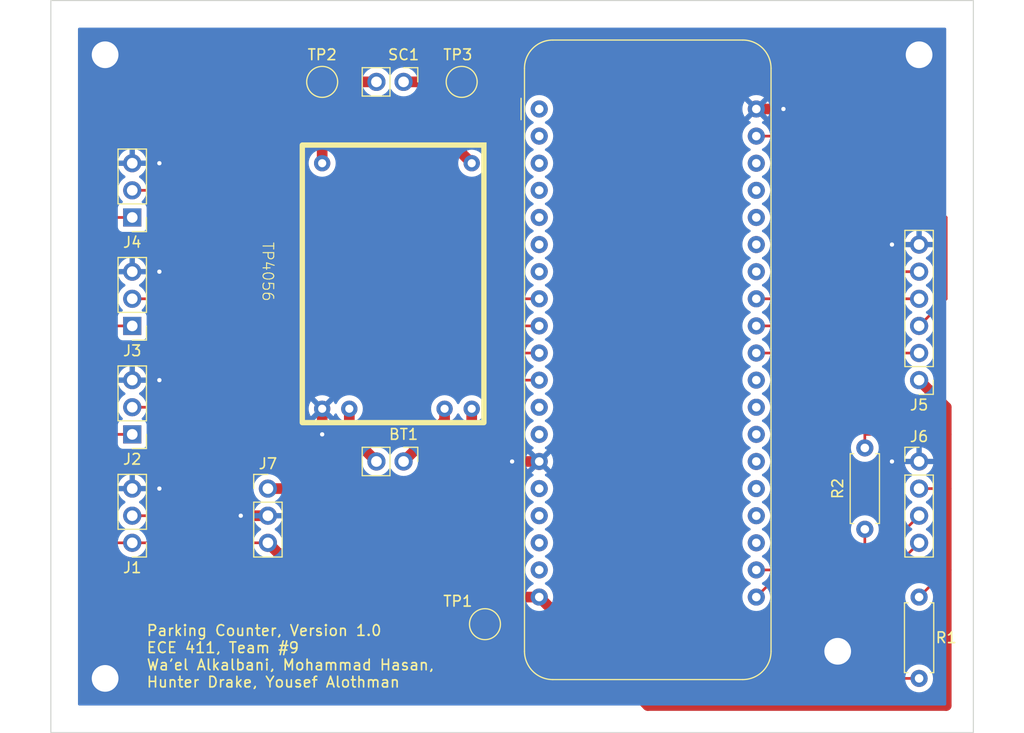
<source format=kicad_pcb>
(kicad_pcb (version 20221018) (generator pcbnew)
  (layers (0 "F.Cu" signal) (31 "B.Cu" signal) (34 "B.Paste" user) (35 "F.Paste" user) (36 "B.SilkS" user "B.Silkscreen") (37 "F.SilkS" user "F.Silkscreen") (38 "B.Mask" user) (39 "F.Mask" user) (44 "Edge.Cuts" user))
  (net 0 "")
  (net 1 "Net-(BT1-BAT+)")
  (net 2 "Net-(BT1-BAT-)")
  (net 3 "+5V")
  (net 12 "GND")
  (net 24 "Net-(J7-V_IN)")
  (net 31 "Net-(J1-OUT)")
  (net 32 "Net-(J2-OUT)")
  (net 33 "Net-(J3-OUT)")
  (net 34 "Net-(J4-OUT)")
  (net 35 "Net-(J5-MISO)")
  (net 36 "Net-(J5-MOSI)")
  (net 37 "Net-(J6-SDA)")
  (net 38 "Net-(J6-SCL)")
  (net 39 "Net-(SC1-SOLAR+)")
  (net 40 "Net-(SC1-SOLAR-)")
  (net 41 "Net-(J5-CLK)")
  (net 42 "Net-(J5-CS)")
  (footprint "Module:Adafruit_Feather_WithMountingHoles" (layer "F.Cu") (at 134.62 81.28)
    (fp_text reference "U1" hide)
    (fp_text value "HiLetgo ESP-WROOM-32S" hide)
    (fp_line (start -1.7 1) (end -1.7 -1) (stroke (width 0.12)) (layer "F.SilkS"))
    (fp_line (start -1.38 -3.81) (end -1.38 50.8) (stroke (width 0.12)) (layer "F.SilkS"))
    (fp_line (start 19.05 -6.46) (end 1.27 -6.46) (stroke (width 0.12)) (layer "F.SilkS"))
    (fp_line (start 19.05 53.45) (end 1.27 53.45) (stroke (width 0.12)) (layer "F.SilkS"))
    (fp_line (start 21.7 -3.81) (end 21.7 50.8) (stroke (width 0.12)) (layer "F.SilkS"))
    (fp_arc (start -1.38 -3.81) (mid -0.603833 -5.683833) (end 1.27 -6.46) (stroke (width 0.12)) (layer "F.SilkS"))
    (fp_arc (start 1.27 53.45) (mid -0.603833 52.673833) (end -1.38 50.8) (stroke (width 0.12)) (layer "F.SilkS"))
    (fp_arc (start 19.05 -6.46) (mid 20.923833 -5.683833) (end 21.7 -3.81) (stroke (width 0.12)) (layer "F.SilkS"))
    (fp_arc (start 21.7 50.8) (mid 20.923833 52.673833) (end 19.05 53.45) (stroke (width 0.12)) (layer "F.SilkS"))
    (pad "1" thru_hole oval (at 0 0 180) (size 1.6 1.6) (drill 0.8) (layers "*.Cu" "*.Mask"))
    (pad "2" thru_hole circle (at 0 2.54 180) (size 1.6 1.6) (drill 0.8) (layers "*.Cu" "*.Mask"))
    (pad "3" thru_hole circle (at 0 5.08 180) (size 1.6 1.6) (drill 0.8) (layers "*.Cu" "*.Mask"))
    (pad "4" thru_hole circle (at 0 7.62 180) (size 1.6 1.6) (drill 0.8) (layers "*.Cu" "*.Mask"))
    (pad "5" thru_hole circle (at 0 10.16 180) (size 1.6 1.6) (drill 0.8) (layers "*.Cu" "*.Mask"))
    (pad "6" thru_hole circle (at 0 12.7 180) (size 1.6 1.6) (drill 0.8) (layers "*.Cu" "*.Mask"))
    (pad "7" thru_hole circle (at 0 15.24 180) (size 1.6 1.6) (drill 0.8) (layers "*.Cu" "*.Mask"))
    (pad "8" thru_hole circle (at 0 17.78 180) (size 1.6 1.6) (drill 0.8) (layers "*.Cu" "*.Mask") (net 34 "Net-(J4-OUT)"))
    (pad "9" thru_hole circle (at 0 20.32 180) (size 1.6 1.6) (drill 0.8) (layers "*.Cu" "*.Mask") (net 33 "Net-(J3-OUT)"))
    (pad "10" thru_hole circle (at 0 22.86 180) (size 1.6 1.6) (drill 0.8) (layers "*.Cu" "*.Mask") (net 32 "Net-(J2-OUT)"))
    (pad "11" thru_hole circle (at 0 25.4 180) (size 1.6 1.6) (drill 0.8) (layers "*.Cu" "*.Mask") (net 31 "Net-(J1-OUT)"))
    (pad "12" thru_hole circle (at 0 27.94 180) (size 1.6 1.6) (drill 0.8) (layers "*.Cu" "*.Mask"))
    (pad "13" thru_hole circle (at 0 30.48 180) (size 1.6 1.6) (drill 0.8) (layers "*.Cu" "*.Mask"))
    (pad "14" thru_hole circle (at 0 33.02 180) (size 1.6 1.6) (drill 0.8) (layers "*.Cu" "*.Mask") (net 12 "GND"))
    (pad "15" thru_hole circle (at 0 35.56 180) (size 1.6 1.6) (drill 0.8) (layers "*.Cu" "*.Mask"))
    (pad "16" thru_hole circle (at 0 38.1 180) (size 1.6 1.6) (drill 0.8) (layers "*.Cu" "*.Mask"))
    (pad "17" thru_hole circle (at 0 40.64 180) (size 1.6 1.6) (drill 0.8) (layers "*.Cu" "*.Mask"))
    (pad "18" thru_hole circle (at 0 43.18 180) (size 1.6 1.6) (drill 0.8) (layers "*.Cu" "*.Mask"))
    (pad "19" thru_hole circle (at 0 45.72 180) (size 1.6 1.6) (drill 0.8) (layers "*.Cu" "*.Mask") (net 3 "+5V"))
    (pad "20" thru_hole circle (at 20.32 45.72 180) (size 1.6 1.6) (drill 0.8) (layers "*.Cu" "*.Mask") (net 38 "Net-(J6-SCL)"))
    (pad "21" thru_hole circle (at 20.32 43.18 180) (size 1.6 1.6) (drill 0.8) (layers "*.Cu" "*.Mask") (net 37 "Net-(J6-SDA)"))
    (pad "22" thru_hole circle (at 20.32 40.64 180) (size 1.6 1.6) (drill 0.8) (layers "*.Cu" "*.Mask"))
    (pad "23" thru_hole circle (at 20.32 38.1 180) (size 1.6 1.6) (drill 0.8) (layers "*.Cu" "*.Mask"))
    (pad "24" thru_hole circle (at 20.32 35.56 180) (size 1.6 1.6) (drill 0.8) (layers "*.Cu" "*.Mask"))
    (pad "25" thru_hole circle (at 20.32 33.02 180) (size 1.6 1.6) (drill 0.8) (layers "*.Cu" "*.Mask"))
    (pad "26" thru_hole circle (at 20.32 30.48 180) (size 1.6 1.6) (drill 0.8) (layers "*.Cu" "*.Mask"))
    (pad "27" thru_hole circle (at 20.32 27.94 180) (size 1.6 1.6) (drill 0.8) (layers "*.Cu" "*.Mask"))
    (pad "28" thru_hole circle (at 20.32 25.4 180) (size 1.6 1.6) (drill 0.8) (layers "*.Cu" "*.Mask"))
    (pad "29" thru_hole circle (at 20.32 22.86 180) (size 1.6 1.6) (drill 0.8) (layers "*.Cu" "*.Mask") (net 42 "Net-(J5-CS)"))
    (pad "30" thru_hole circle (at 20.32 20.32 180) (size 1.6 1.6) (drill 0.8) (layers "*.Cu" "*.Mask") (net 41 "Net-(J5-CLK)"))
    (pad "31" thru_hole circle (at 20.32 17.78 180) (size 1.6 1.6) (drill 0.8) (layers "*.Cu" "*.Mask") (net 35 "Net-(J5-MISO)"))
    (pad "32" thru_hole circle (at 20.32 15.24 180) (size 1.6 1.6) (drill 0.8) (layers "*.Cu" "*.Mask"))
    (pad "33" thru_hole circle (at 20.32 12.7 180) (size 1.6 1.6) (drill 0.8) (layers "*.Cu" "*.Mask"))
    (pad "34" thru_hole circle (at 20.32 10.16 180) (size 1.6 1.6) (drill 0.8) (layers "*.Cu" "*.Mask"))
    (pad "35" thru_hole circle (at 20.32 7.62 180) (size 1.6 1.6) (drill 0.8) (layers "*.Cu" "*.Mask"))
    (pad "36" thru_hole circle (at 20.32 5.08 180) (size 1.6 1.6) (drill 0.8) (layers "*.Cu" "*.Mask"))
    (pad "37" thru_hole circle (at 20.32 2.54 180) (size 1.6 1.6) (drill 0.8) (layers "*.Cu" "*.Mask") (net 36 "Net-(J5-MOSI)"))
    (pad "38" thru_hole circle (at 20.32 0 180) (size 1.6 1.6) (drill 0.8) (layers "*.Cu" "*.Mask") (net 12 "GND"))
  )
  (footprint "TestPoint:TestPoint_Pad_D2.5mm" (layer "F.Cu") (at 129.54 129.54)
    (fp_text reference "TP1" (at -2.54 -2.148) (layer "F.SilkS"))
    (fp_text value "TestPoint")
    (fp_circle (center 0 0) (end 0 1.45) (stroke (width 0.12)) (fill none) (layer "F.SilkS"))
    (pad "1" smd circle (at 0 0) (size 2.5 2.5) (layers "F.Cu" "F.Mask") (net 3 "+5V"))
  )
  (footprint "Connector_PinHeader_2.54mm:PinHeader_1x03_P2.54mm_Vertical" (layer "F.Cu") (at 96.52 101.6 180)
    (fp_text reference "J3" (at 0 -2.33) (layer "F.SilkS"))
    (fp_text value "IR SENSOR 1")
    (fp_line (start -1.33 -1.33) (end 0 -1.33) (stroke (width 0.12)) (layer "F.SilkS"))
    (fp_line (start -1.33 0) (end -1.33 -1.33) (stroke (width 0.12)) (layer "F.SilkS"))
    (fp_line (start -1.33 1.27) (end -1.33 6.41) (stroke (width 0.12)) (layer "F.SilkS"))
    (fp_line (start -1.33 1.27) (end 1.33 1.27) (stroke (width 0.12)) (layer "F.SilkS"))
    (fp_line (start -1.33 6.41) (end 1.33 6.41) (stroke (width 0.12)) (layer "F.SilkS"))
    (fp_line (start 1.33 1.27) (end 1.33 6.41) (stroke (width 0.12)) (layer "F.SilkS"))
    (pad "1" thru_hole rect (at 0 0 180) (size 1.7 1.7) (drill 1) (layers "*.Cu" "*.Mask") (net 3 "+5V"))
    (pad "2" thru_hole oval (at 0 2.54 180) (size 1.7 1.7) (drill 1) (layers "*.Cu" "*.Mask") (net 33 "Net-(J3-OUT)"))
    (pad "3" thru_hole oval (at 0 5.08 180) (size 1.7 1.7) (drill 1) (layers "*.Cu" "*.Mask") (net 12 "GND"))
  )
  (footprint "Resistor_THT:R_Axial_DIN0207_L6.3mm_D2.5mm_P7.62mm_Horizontal" (layer "F.Cu") (at 170.18 127 -90)
    (fp_text reference "R1" (at 3.81 -2.54 -180) (layer "F.SilkS"))
    (fp_text value "R10k")
    (fp_line (start 0.54 -1.37) (end 7.08 -1.37) (stroke (width 0.12)) (layer "F.SilkS"))
    (fp_line (start 0.54 -1.04) (end 0.54 -1.37) (stroke (width 0.12)) (layer "F.SilkS"))
    (fp_line (start 0.54 1.04) (end 0.54 1.37) (stroke (width 0.12)) (layer "F.SilkS"))
    (fp_line (start 0.54 1.37) (end 7.08 1.37) (stroke (width 0.12)) (layer "F.SilkS"))
    (fp_line (start 7.08 -1.37) (end 7.08 -1.04) (stroke (width 0.12)) (layer "F.SilkS"))
    (fp_line (start 7.08 1.37) (end 7.08 1.04) (stroke (width 0.12)) (layer "F.SilkS"))
    (pad "1" thru_hole circle (at 0 0 270) (size 1.6 1.6) (drill 0.8) (layers "*.Cu" "*.Mask") (net 3 "+5V"))
    (pad "2" thru_hole oval (at 7.62 0 270) (size 1.6 1.6) (drill 0.8) (layers "*.Cu" "*.Mask") (net 38 "Net-(J6-SCL)"))
  )
  (footprint "Library:TP4056" (layer "F.Cu") (at 105.44 96.66 -90)
    (fp_text reference "TP4056" (at -0.14 -3.78 -90 unlocked) (layer "F.SilkS") (effects (font (thickness 0.1))))
    (fp_text value "~")
    (fp_rect (start -12 -24) (end 14 -7) (stroke (width 0.5)) (fill none) (layer "F.SilkS"))
    (pad "1" thru_hole circle (at 12.7 -22.86 270) (size 1.524 1.524) (drill 0.762) (layers "*.Cu" "*.Mask") (net 24 "Net-(J7-V_IN)"))
    (pad "2" thru_hole circle (at 12.7 -20.32 270) (size 1.524 1.524) (drill 0.762) (layers "*.Cu" "*.Mask") (net 1 "Net-(BT1-BAT+)"))
    (pad "3" thru_hole circle (at 12.7 -11.4 270) (size 1.524 1.524) (drill 0.762) (layers "*.Cu" "*.Mask") (net 2 "Net-(BT1-BAT-)"))
    (pad "4" thru_hole circle (at 12.7 -8.86 270) (size 1.524 1.524) (drill 0.762) (layers "*.Cu" "*.Mask") (net 12 "GND"))
    (pad "5" thru_hole circle (at -10.3 -22.86 270) (size 1.524 1.524) (drill 0.762) (layers "*.Cu" "*.Mask") (net 39 "Net-(SC1-SOLAR+)"))
    (pad "6" thru_hole circle (at -10.3 -8.86 270) (size 1.524 1.524) (drill 0.762) (layers "*.Cu" "*.Mask") (net 40 "Net-(SC1-SOLAR-)"))
  )
  (footprint "Connector_PinHeader_2.54mm:PinHeader_1x03_P2.54mm_Vertical" (layer "F.Cu") (at 96.52 121.92 180)
    (fp_text reference "J1" (at 0 -2.33) (layer "F.SilkS"))
    (fp_text value "IR SENSOR 1")
    (fp_line (start -1.33 -1.33) (end 0 -1.33) (stroke (width 0.12)) (layer "F.SilkS"))
    (fp_line (start -1.33 0) (end -1.33 -1.33) (stroke (width 0.12)) (layer "F.SilkS"))
    (fp_line (start -1.33 1.27) (end -1.33 6.41) (stroke (width 0.12)) (layer "F.SilkS"))
    (fp_line (start -1.33 1.27) (end 1.33 1.27) (stroke (width 0.12)) (layer "F.SilkS"))
    (fp_line (start -1.33 6.41) (end 1.33 6.41) (stroke (width 0.12)) (layer "F.SilkS"))
    (fp_line (start 1.33 1.27) (end 1.33 6.41) (stroke (width 0.12)) (layer "F.SilkS"))
    (pad "1" thru_hole oval (at 0 0 180) (size 1.7 1.7) (drill 1) (layers "*.Cu" "*.Mask") (net 3 "+5V"))
    (pad "2" thru_hole oval (at 0 2.54 180) (size 1.7 1.7) (drill 1) (layers "*.Cu" "*.Mask") (net 31 "Net-(J1-OUT)"))
    (pad "3" thru_hole oval (at 0 5.08 180) (size 1.7 1.7) (drill 1) (layers "*.Cu" "*.Mask") (net 12 "GND"))
  )
  (footprint "MountingHole:MountingHole_2.5mm_Pad" (layer "F.Cu") (at 170.18 76.2)
    (fp_text reference "REF**" hide)
    (fp_text value "MountingHole_2.5mm_Pad")
    (pad "1" thru_hole circle (at 0 0) (size 5 5) (drill 2.5) (layers "*.Cu" "*.Mask"))
  )
  (footprint "MountingHole:MountingHole_2.5mm_Pad" (layer "F.Cu") (at 93.98 76.2)
    (fp_text reference "REF**" hide)
    (fp_text value "MountingHole_2.5mm_Pad")
    (pad "1" thru_hole circle (at 0 0) (size 5 5) (drill 2.5) (layers "*.Cu" "*.Mask"))
  )
  (footprint "Connector_PinHeader_2.54mm:PinHeader_1x02_P2.54mm_Vertical" (layer "F.Cu") (at 121.92 78.74 -90)
    (fp_text reference "SC1" (at -2.54 0 -180) (layer "F.SilkS"))
    (fp_text value "5V Solar Cell")
    (fp_line (start -1.33 -1.33) (end 0 -1.33) (stroke (width 0.12)) (layer "F.SilkS"))
    (fp_line (start -1.33 0) (end -1.33 -1.33) (stroke (width 0.12)) (layer "F.SilkS"))
    (fp_line (start -1.33 1.27) (end -1.33 3.87) (stroke (width 0.12)) (layer "F.SilkS"))
    (fp_line (start -1.33 1.27) (end 1.33 1.27) (stroke (width 0.12)) (layer "F.SilkS"))
    (fp_line (start -1.33 3.87) (end 1.33 3.87) (stroke (width 0.12)) (layer "F.SilkS"))
    (fp_line (start 1.33 1.27) (end 1.33 3.87) (stroke (width 0.12)) (layer "F.SilkS"))
    (pad "1" thru_hole oval (at 0 0 270) (size 1.7 1.7) (drill 1) (layers "*.Cu" "*.Mask") (net 39 "Net-(SC1-SOLAR+)"))
    (pad "2" thru_hole oval (at 0 2.54 270) (size 1.7 1.7) (drill 1) (layers "*.Cu" "*.Mask") (net 40 "Net-(SC1-SOLAR-)"))
  )
  (footprint "Connector_PinHeader_2.54mm:PinHeader_1x04_P2.54mm_Vertical" (layer "F.Cu") (at 170.18 114.3)
    (fp_text reference "J6" (at 0 -2.33) (layer "F.SilkS"))
    (fp_text value "16x2 LCD SCREEN w/I2C")
    (fp_line (start -1.33 -1.33) (end 0 -1.33) (stroke (width 0.12)) (layer "F.SilkS"))
    (fp_line (start -1.33 0) (end -1.33 -1.33) (stroke (width 0.12)) (layer "F.SilkS"))
    (fp_line (start -1.33 1.27) (end -1.33 8.95) (stroke (width 0.12)) (layer "F.SilkS"))
    (fp_line (start -1.33 1.27) (end 1.33 1.27) (stroke (width 0.12)) (layer "F.SilkS"))
    (fp_line (start -1.33 8.95) (end 1.33 8.95) (stroke (width 0.12)) (layer "F.SilkS"))
    (fp_line (start 1.33 1.27) (end 1.33 8.95) (stroke (width 0.12)) (layer "F.SilkS"))
    (pad "1" thru_hole oval (at 0 0) (size 1.7 1.7) (drill 1) (layers "*.Cu" "*.Mask") (net 12 "GND"))
    (pad "2" thru_hole oval (at 0 2.54) (size 1.7 1.7) (drill 1) (layers "*.Cu" "*.Mask") (net 3 "+5V"))
    (pad "3" thru_hole oval (at 0 5.08) (size 1.7 1.7) (drill 1) (layers "*.Cu" "*.Mask") (net 37 "Net-(J6-SDA)"))
    (pad "4" thru_hole oval (at 0 7.62) (size 1.7 1.7) (drill 1) (layers "*.Cu" "*.Mask") (net 38 "Net-(J6-SCL)"))
  )
  (footprint "MountingHole:MountingHole_2.5mm_Pad" (layer "F.Cu") (at 162.56 132.08)
    (fp_text reference "REF**" hide)
    (fp_text value "MountingHole_2.5mm_Pad")
    (pad "1" thru_hole circle (at 0 0) (size 5 5) (drill 2.5) (layers "*.Cu" "*.Mask"))
  )
  (footprint "Connector_PinHeader_2.54mm:PinHeader_1x03_P2.54mm_Vertical" (layer "F.Cu") (at 96.52 91.44 180)
    (fp_text reference "J4" (at 0 -2.33) (layer "F.SilkS"))
    (fp_text value "IR SENSOR 1")
    (fp_line (start -1.33 -1.33) (end 0 -1.33) (stroke (width 0.12)) (layer "F.SilkS"))
    (fp_line (start -1.33 0) (end -1.33 -1.33) (stroke (width 0.12)) (layer "F.SilkS"))
    (fp_line (start -1.33 1.27) (end -1.33 6.41) (stroke (width 0.12)) (layer "F.SilkS"))
    (fp_line (start -1.33 1.27) (end 1.33 1.27) (stroke (width 0.12)) (layer "F.SilkS"))
    (fp_line (start -1.33 6.41) (end 1.33 6.41) (stroke (width 0.12)) (layer "F.SilkS"))
    (fp_line (start 1.33 1.27) (end 1.33 6.41) (stroke (width 0.12)) (layer "F.SilkS"))
    (pad "1" thru_hole rect (at 0 0 180) (size 1.7 1.7) (drill 1) (layers "*.Cu" "*.Mask") (net 3 "+5V"))
    (pad "2" thru_hole oval (at 0 2.54 180) (size 1.7 1.7) (drill 1) (layers "*.Cu" "*.Mask") (net 34 "Net-(J4-OUT)"))
    (pad "3" thru_hole oval (at 0 5.08 180) (size 1.7 1.7) (drill 1) (layers "*.Cu" "*.Mask") (net 12 "GND"))
  )
  (footprint "Resistor_THT:R_Axial_DIN0207_L6.3mm_D2.5mm_P7.62mm_Horizontal" (layer "F.Cu") (at 165.1 113.03 -90)
    (fp_text reference "R2" (at 3.81 2.54 -90) (layer "F.SilkS"))
    (fp_text value "R10k")
    (fp_line (start 0.54 -1.37) (end 7.08 -1.37) (stroke (width 0.12)) (layer "F.SilkS"))
    (fp_line (start 0.54 -1.04) (end 0.54 -1.37) (stroke (width 0.12)) (layer "F.SilkS"))
    (fp_line (start 0.54 1.04) (end 0.54 1.37) (stroke (width 0.12)) (layer "F.SilkS"))
    (fp_line (start 0.54 1.37) (end 7.08 1.37) (stroke (width 0.12)) (layer "F.SilkS"))
    (fp_line (start 7.08 -1.37) (end 7.08 -1.04) (stroke (width 0.12)) (layer "F.SilkS"))
    (fp_line (start 7.08 1.37) (end 7.08 1.04) (stroke (width 0.12)) (layer "F.SilkS"))
    (pad "1" thru_hole circle (at 0 0 270) (size 1.6 1.6) (drill 0.8) (layers "*.Cu" "*.Mask") (net 3 "+5V"))
    (pad "2" thru_hole oval (at 7.62 0 270) (size 1.6 1.6) (drill 0.8) (layers "*.Cu" "*.Mask") (net 37 "Net-(J6-SDA)"))
  )
  (footprint "TestPoint:TestPoint_Pad_D2.5mm" (layer "F.Cu") (at 127.36 78.74 -90)
    (fp_text reference "TP3" (at -2.54 0.36 -180) (layer "F.SilkS"))
    (fp_text value "TestPoint")
    (fp_circle (center 0 0) (end 0 1.45) (stroke (width 0.12)) (fill none) (layer "F.SilkS"))
    (pad "1" smd circle (at 0 0 270) (size 2.5 2.5) (layers "F.Cu" "F.Mask") (net 39 "Net-(SC1-SOLAR+)"))
  )
  (footprint "Connector_PinHeader_2.54mm:PinHeader_1x03_P2.54mm_Vertical" (layer "F.Cu") (at 96.52 111.76 180)
    (fp_text reference "J2" (at 0 -2.33) (layer "F.SilkS"))
    (fp_text value "IR SENSOR 1")
    (fp_line (start -1.33 -1.33) (end 0 -1.33) (stroke (width 0.12)) (layer "F.SilkS"))
    (fp_line (start -1.33 0) (end -1.33 -1.33) (stroke (width 0.12)) (layer "F.SilkS"))
    (fp_line (start -1.33 1.27) (end -1.33 6.41) (stroke (width 0.12)) (layer "F.SilkS"))
    (fp_line (start -1.33 1.27) (end 1.33 1.27) (stroke (width 0.12)) (layer "F.SilkS"))
    (fp_line (start -1.33 6.41) (end 1.33 6.41) (stroke (width 0.12)) (layer "F.SilkS"))
    (fp_line (start 1.33 1.27) (end 1.33 6.41) (stroke (width 0.12)) (layer "F.SilkS"))
    (pad "1" thru_hole rect (at 0 0 180) (size 1.7 1.7) (drill 1) (layers "*.Cu" "*.Mask") (net 3 "+5V"))
    (pad "2" thru_hole oval (at 0 2.54 180) (size 1.7 1.7) (drill 1) (layers "*.Cu" "*.Mask") (net 32 "Net-(J2-OUT)"))
    (pad "3" thru_hole oval (at 0 5.08 180) (size 1.7 1.7) (drill 1) (layers "*.Cu" "*.Mask") (net 12 "GND"))
  )
  (footprint "Connector_PinHeader_2.54mm:PinHeader_1x06_P2.54mm_Vertical" (layer "F.Cu") (at 170.18 106.68 180)
    (fp_text reference "J5" (at 0 -2.33) (layer "F.SilkS"))
    (fp_text value "Micro_SD")
    (fp_line (start -1.33 -1.33) (end 0 -1.33) (stroke (width 0.12)) (layer "F.SilkS"))
    (fp_line (start -1.33 0) (end -1.33 -1.33) (stroke (width 0.12)) (layer "F.SilkS"))
    (fp_line (start -1.33 1.27) (end -1.33 14.03) (stroke (width 0.12)) (layer "F.SilkS"))
    (fp_line (start -1.33 1.27) (end 1.33 1.27) (stroke (width 0.12)) (layer "F.SilkS"))
    (fp_line (start -1.33 14.03) (end 1.33 14.03) (stroke (width 0.12)) (layer "F.SilkS"))
    (fp_line (start 1.33 1.27) (end 1.33 14.03) (stroke (width 0.12)) (layer "F.SilkS"))
    (pad "1" thru_hole oval (at 0 0 180) (size 1.7 1.7) (drill 1) (layers "*.Cu" "*.Mask") (net 3 "+5V"))
    (pad "2" thru_hole oval (at 0 2.54 180) (size 1.7 1.7) (drill 1) (layers "*.Cu" "*.Mask") (net 42 "Net-(J5-CS)"))
    (pad "3" thru_hole oval (at 0 5.08 180) (size 1.7 1.7) (drill 1) (layers "*.Cu" "*.Mask") (net 36 "Net-(J5-MOSI)"))
    (pad "4" thru_hole oval (at 0 7.62 180) (size 1.7 1.7) (drill 1) (layers "*.Cu" "*.Mask") (net 41 "Net-(J5-CLK)"))
    (pad "5" thru_hole oval (at 0 10.16 180) (size 1.7 1.7) (drill 1) (layers "*.Cu" "*.Mask") (net 35 "Net-(J5-MISO)"))
    (pad "6" thru_hole oval (at 0 12.7 180) (size 1.7 1.7) (drill 1) (layers "*.Cu" "*.Mask") (net 12 "GND"))
  )
  (footprint "Connector_PinHeader_2.54mm:PinHeader_1x03_P2.54mm_Vertical" (layer "F.Cu") (at 109.22 116.84)
    (fp_text reference "J7" (at 0 -2.33) (layer "F.SilkS"))
    (fp_text value "Comdix")
    (fp_line (start -1.33 -1.33) (end 0 -1.33) (stroke (width 0.12)) (layer "F.SilkS"))
    (fp_line (start -1.33 0) (end -1.33 -1.33) (stroke (width 0.12)) (layer "F.SilkS"))
    (fp_line (start -1.33 1.27) (end -1.33 6.41) (stroke (width 0.12)) (layer "F.SilkS"))
    (fp_line (start -1.33 1.27) (end 1.33 1.27) (stroke (width 0.12)) (layer "F.SilkS"))
    (fp_line (start -1.33 6.41) (end 1.33 6.41) (stroke (width 0.12)) (layer "F.SilkS"))
    (fp_line (start 1.33 1.27) (end 1.33 6.41) (stroke (width 0.12)) (layer "F.SilkS"))
    (pad "1" thru_hole oval (at 0 0) (size 1.7 1.7) (drill 1) (layers "*.Cu" "*.Mask") (net 24 "Net-(J7-V_IN)"))
    (pad "2" thru_hole oval (at 0 2.54) (size 1.7 1.7) (drill 1) (layers "*.Cu" "*.Mask") (net 12 "GND"))
    (pad "3" thru_hole oval (at 0 5.08) (size 1.7 1.7) (drill 1) (layers "*.Cu" "*.Mask") (net 3 "+5V"))
  )
  (footprint "Connector_PinHeader_2.54mm:PinHeader_1x02_P2.54mm_Vertical" (layer "F.Cu") (at 121.92 114.3 -90)
    (fp_text reference "BT1" (at -2.54 0 -180) (layer "F.SilkS"))
    (fp_text value "3V7 Battery")
    (fp_line (start -1.33 -1.33) (end 0 -1.33) (stroke (width 0.12)) (layer "F.SilkS"))
    (fp_line (start -1.33 0) (end -1.33 -1.33) (stroke (width 0.12)) (layer "F.SilkS"))
    (fp_line (start -1.33 1.27) (end -1.33 3.87) (stroke (width 0.12)) (layer "F.SilkS"))
    (fp_line (start -1.33 1.27) (end 1.33 1.27) (stroke (width 0.12)) (layer "F.SilkS"))
    (fp_line (start -1.33 3.87) (end 1.33 3.87) (stroke (width 0.12)) (layer "F.SilkS"))
    (fp_line (start 1.33 1.27) (end 1.33 3.87) (stroke (width 0.12)) (layer "F.SilkS"))
    (pad "1" thru_hole oval (at 0 0 270) (size 1.7 1.7) (drill 1) (layers "*.Cu" "*.Mask") (net 1 "Net-(BT1-BAT+)"))
    (pad "2" thru_hole oval (at 0 2.54 270) (size 1.7 1.7) (drill 1) (layers "*.Cu" "*.Mask") (net 2 "Net-(BT1-BAT-)"))
  )
  (footprint "MountingHole:MountingHole_2.5mm_Pad" (layer "F.Cu") (at 93.98 134.62)
    (fp_text reference "REF**" hide)
    (fp_text value "MountingHole_2.5mm_Pad")
    (pad "1" thru_hole circle (at 0 0) (size 5 5) (drill 2.5) (layers "*.Cu" "*.Mask"))
  )
  (footprint "TestPoint:TestPoint_Pad_D2.5mm" (layer "F.Cu") (at 114.3 78.74 -90)
    (fp_text reference "TP2" (at -2.54 0 -180) (layer "F.SilkS"))
    (fp_text value "TestPoint")
    (fp_circle (center 0 0) (end 0 1.45) (stroke (width 0.12)) (fill none) (layer "F.SilkS"))
    (pad "1" smd circle (at 0 0 270) (size 2.5 2.5) (layers "F.Cu" "F.Mask") (net 40 "Net-(SC1-SOLAR-)"))
  )
  (gr_line (start 129.54 127) (end 129.54 129.54) (stroke (width 1)) (layer "F.Cu"))
  (gr_rect (start 88.9 71.12) (end 175.26 139.7) (stroke (width 0.1)) (fill none) (layer "Edge.Cuts"))
  (gr_text "Parking Counter, Version 1.0\nECE 411, Team #9\nWa'el Alkalbani, Mohammad Hasan,  \nHunter Drake, Yousef Alothman\n\n" (at 97.79 137.16) (layer "F.SilkS") (effects (font (size 1 1)) (justify left bottom)))
  (segment (start 125.76 109.36) (end 125.76 110.46) (width 1) (layer "F.Cu") (net 1))
  (segment (start 125.76 110.46) (end 121.92 114.3) (width 1) (layer "F.Cu") (net 1))
  (segment (start 116.84 111.76) (end 119.38 114.3) (width 1) (layer "F.Cu") (net 2))
  (segment (start 116.84 109.36) (end 116.84 111.76) (width 1) (layer "F.Cu") (net 2))
  (segment (start 93.98 111.76) (end 93.98 121.92) (width 0.25) (layer "F.Cu") (net 3))
  (segment (start 93.98 91.44) (end 93.98 101.6) (width 0.25) (layer "F.Cu") (net 3))
  (segment (start 172.72 124.46) (end 172.72 137.16) (width 1) (layer "F.Cu") (net 3))
  (segment (start 172.72 111.76) (end 172.72 116.84) (width 1) (layer "F.Cu") (net 3))
  (segment (start 172.72 116.84) (end 172.72 124.46) (width 1) (layer "F.Cu") (net 3))
  (segment (start 165.1 113.03) (end 165.1 111.76) (width 0.25) (layer "F.Cu") (net 3))
  (segment (start 109.22 121.92) (end 96.52 121.92) (width 0.25) (layer "F.Cu") (net 3))
  (segment (start 93.98 101.6) (end 96.52 101.6) (width 0.25) (layer "F.Cu") (net 3))
  (segment (start 127 124.46) (end 129.54 127) (width 1) (layer "F.Cu") (net 3))
  (segment (start 129.54 127) (end 134.62 127) (width 1) (layer "F.Cu") (net 3))
  (segment (start 170.18 127) (end 172.72 124.46) (width 0.25) (layer "F.Cu") (net 3))
  (segment (start 96.52 91.44) (end 93.98 91.44) (width 0.25) (layer "F.Cu") (net 3))
  (segment (start 93.98 111.76) (end 96.52 111.76) (width 0.25) (layer "F.Cu") (net 3))
  (segment (start 93.98 121.92) (end 96.52 121.92) (width 0.25) (layer "F.Cu") (net 3))
  (segment (start 144.78 137.16) (end 134.62 127) (width 1) (layer "F.Cu") (net 3))
  (segment (start 170.18 106.68) (end 172.72 109.22) (width 1) (layer "F.Cu") (net 3))
  (segment (start 109.22 121.92) (end 111.76 124.46) (width 1) (layer "F.Cu") (net 3))
  (segment (start 111.76 124.46) (end 124.46 124.46) (width 1) (layer "F.Cu") (net 3))
  (segment (start 124.46 124.46) (end 127 124.46) (width 1) (layer "F.Cu") (net 3))
  (segment (start 172.72 109.22) (end 172.72 111.76) (width 1) (layer "F.Cu") (net 3))
  (segment (start 93.98 101.6) (end 93.98 111.76) (width 0.25) (layer "F.Cu") (net 3))
  (segment (start 172.72 111.76) (end 165.1 111.76) (width 0.25) (layer "F.Cu") (net 3))
  (segment (start 170.18 116.84) (end 172.72 116.84) (width 0.25) (layer "F.Cu") (net 3))
  (segment (start 172.72 137.16) (end 144.78 137.16) (width 1) (layer "F.Cu") (net 3))
  (segment (start 132.08 114.3) (end 134.62 114.3) (width 1) (layer "F.Cu") (net 12))
  (segment (start 157.48 81.28) (end 154.94 81.28) (width 1) (layer "F.Cu") (net 12))
  (segment (start 96.52 116.84) (end 99.06 116.84) (width 0.25) (layer "F.Cu") (net 12))
  (segment (start 167.64 93.98) (end 170.18 93.98) (width 0.25) (layer "F.Cu") (net 12))
  (segment (start 96.52 86.36) (end 99.06 86.36) (width 0.25) (layer "F.Cu") (net 12))
  (segment (start 114.3 111.76) (end 114.3 109.36) (width 1) (layer "F.Cu") (net 12))
  (segment (start 167.64 114.3) (end 170.18 114.3) (width 0.25) (layer "F.Cu") (net 12))
  (segment (start 96.52 106.68) (end 99.06 106.68) (width 0.25) (layer "F.Cu") (net 12))
  (segment (start 106.68 119.38) (end 109.22 119.38) (width 1) (layer "F.Cu") (net 12))
  (segment (start 96.52 96.52) (end 99.06 96.52) (width 0.25) (layer "F.Cu") (net 12))
  (via (at 157.48 81.28) (size 0.8) (drill 0.4) (layers "F.Cu" "B.Cu") (net 12))
  (via (at 167.64 114.3) (size 0.8) (drill 0.4) (layers "F.Cu" "B.Cu") (net 12))
  (via (at 99.06 96.52) (size 0.8) (drill 0.4) (layers "F.Cu" "B.Cu") (net 12))
  (via (at 114.3 111.76) (size 0.8) (drill 0.4) (layers "F.Cu" "B.Cu") (net 12))
  (via (at 99.06 106.68) (size 0.8) (drill 0.4) (layers "F.Cu" "B.Cu") (net 12))
  (via (at 167.64 93.98) (size 0.8) (drill 0.4) (layers "F.Cu" "B.Cu") (net 12))
  (via (at 99.06 116.84) (size 0.8) (drill 0.4) (layers "F.Cu" "B.Cu") (net 12))
  (via (at 132.08 114.3) (size 0.8) (drill 0.4) (layers "F.Cu" "B.Cu") (net 12))
  (via (at 106.68 119.38) (size 0.8) (drill 0.4) (layers "F.Cu" "B.Cu") (net 12))
  (via (at 99.06 86.36) (size 0.8) (drill 0.4) (layers "F.Cu" "B.Cu") (net 12))
  (segment (start 124.46 116.84) (end 128.3 113) (width 1) (layer "F.Cu") (net 24))
  (segment (start 109.22 116.84) (end 124.46 116.84) (width 1) (layer "F.Cu") (net 24))
  (segment (start 128.3 113) (end 128.3 109.36) (width 1) (layer "F.Cu") (net 24))
  (segment (start 96.52 119.38) (end 99.06 119.38) (width 0.25) (layer "F.Cu") (net 31))
  (segment (start 106.68 106.68) (end 134.62 106.68) (width 0.25) (layer "F.Cu") (net 31))
  (segment (start 99.06 119.38) (end 104.14 114.3) (width 0.25) (layer "F.Cu") (net 31))
  (segment (start 104.14 109.22) (end 106.68 106.68) (width 0.25) (layer "F.Cu") (net 31))
  (segment (start 104.14 114.3) (end 104.14 109.22) (width 0.25) (layer "F.Cu") (net 31))
  (segment (start 96.52 109.22) (end 99.06 109.22) (width 0.25) (layer "F.Cu") (net 32))
  (segment (start 99.06 109.22) (end 104.14 104.14) (width 0.25) (layer "F.Cu") (net 32))
  (segment (start 104.14 104.14) (end 134.62 104.14) (width 0.25) (layer "F.Cu") (net 32))
  (segment (start 101.6 99.06) (end 104.14 101.6) (width 0.25) (layer "F.Cu") (net 33))
  (segment (start 96.52 99.06) (end 101.6 99.06) (width 0.25) (layer "F.Cu") (net 33))
  (segment (start 104.14 101.6) (end 134.62 101.6) (width 0.25) (layer "F.Cu") (net 33))
  (segment (start 124.46 96.52) (end 129.54 96.52) (width 0.25) (layer "F.Cu") (net 34))
  (segment (start 129.54 96.52) (end 132.08 99.06) (width 0.25) (layer "F.Cu") (net 34))
  (segment (start 132.08 99.06) (end 134.62 99.06) (width 0.25) (layer "F.Cu") (net 34))
  (segment (start 96.52 88.9) (end 101.757251 88.9) (width 0.25) (layer "F.Cu") (net 34))
  (segment (start 104.297251 91.44) (end 119.38 91.44) (width 0.25) (layer "F.Cu") (net 34))
  (segment (start 101.757251 88.9) (end 104.297251 91.44) (width 0.25) (layer "F.Cu") (net 34))
  (segment (start 119.38 91.44) (end 124.46 96.52) (width 0.25) (layer "F.Cu") (net 34))
  (segment (start 165.1 96.52) (end 162.56 99.06) (width 0.25) (layer "F.Cu") (net 35))
  (segment (start 162.56 99.06) (end 154.94 99.06) (width 0.25) (layer "F.Cu") (net 35))
  (segment (start 170.18 96.52) (end 165.1 96.52) (width 0.25) (layer "F.Cu") (net 35))
  (segment (start 172.72 91.44) (end 165.1 83.82) (width 0.25) (layer "F.Cu") (net 36))
  (segment (start 165.1 83.82) (end 154.94 83.82) (width 0.25) (layer "F.Cu") (net 36))
  (segment (start 170.18 101.6) (end 172.72 99.06) (width 0.25) (layer "F.Cu") (net 36))
  (segment (start 172.72 99.06) (end 172.72 91.44) (width 0.25) (layer "F.Cu") (net 36))
  (segment (start 154.94 124.46) (end 160.02 124.46) (width 0.25) (layer "F.Cu") (net 37))
  (segment (start 165.1 124.46) (end 170.18 119.38) (width 0.25) (layer "F.Cu") (net 37))
  (segment (start 165.1 120.65) (end 165.1 124.46) (width 0.25) (layer "F.Cu") (net 37))
  (segment (start 160.02 124.46) (end 165.1 124.46) (width 0.25) (layer "F.Cu") (net 37))
  (segment (start 167.64 134.62) (end 170.18 134.62) (width 0.25) (layer "F.Cu") (net 38))
  (segment (start 166.225 125.875) (end 170.18 121.92) (width 0.25) (layer "F.Cu") (net 38))
  (segment (start 154.94 127) (end 156.065 125.875) (width 0.25) (layer "F.Cu") (net 38))
  (segment (start 156.065 125.875) (end 166.225 125.875) (width 0.25) (layer "F.Cu") (net 38))
  (segment (start 166.225 125.875) (end 167.64 127.29) (width 0.25) (layer "F.Cu") (net 38))
  (segment (start 167.64 127.29) (end 167.64 134.62) (width 0.25) (layer "F.Cu") (net 38))
  (segment (start 127.36 78.74) (end 127.36 85.42) (width 1) (layer "F.Cu") (net 39))
  (segment (start 121.92 78.74) (end 127.36 78.74) (width 1) (layer "F.Cu") (net 39))
  (segment (start 127.36 85.42) (end 128.3 86.36) (width 1) (layer "F.Cu") (net 39))
  (segment (start 119.38 78.74) (end 114.3 78.74) (width 1) (layer "F.Cu") (net 40))
  (segment (start 114.3 78.74) (end 114.3 86.36) (width 1) (layer "F.Cu") (net 40))
  (segment (start 170.18 99.06) (end 165.1 99.06) (width 0.25) (layer "F.Cu") (net 41))
  (segment (start 165.1 99.06) (end 162.56 101.6) (width 0.25) (layer "F.Cu") (net 41))
  (segment (start 162.56 101.6) (end 154.94 101.6) (width 0.25) (layer "F.Cu") (net 41))
  (segment (start 170.18 104.14) (end 154.94 104.14) (width 0.25) (layer "F.Cu") (net 42))
  (zone (net 12) (net_name "GND") (layer "B.Cu") (connect_pads (clearance 0.5)) (min_thickness 0.25) (fill yes (thermal_gap 0.5) (thermal_bridge_width 0.5))
    (polygon (pts (xy 91.44 73.66) (xy 172.72 73.66) (xy 172.72 137.16) (xy 91.44 137.16)))
  )
)
</source>
